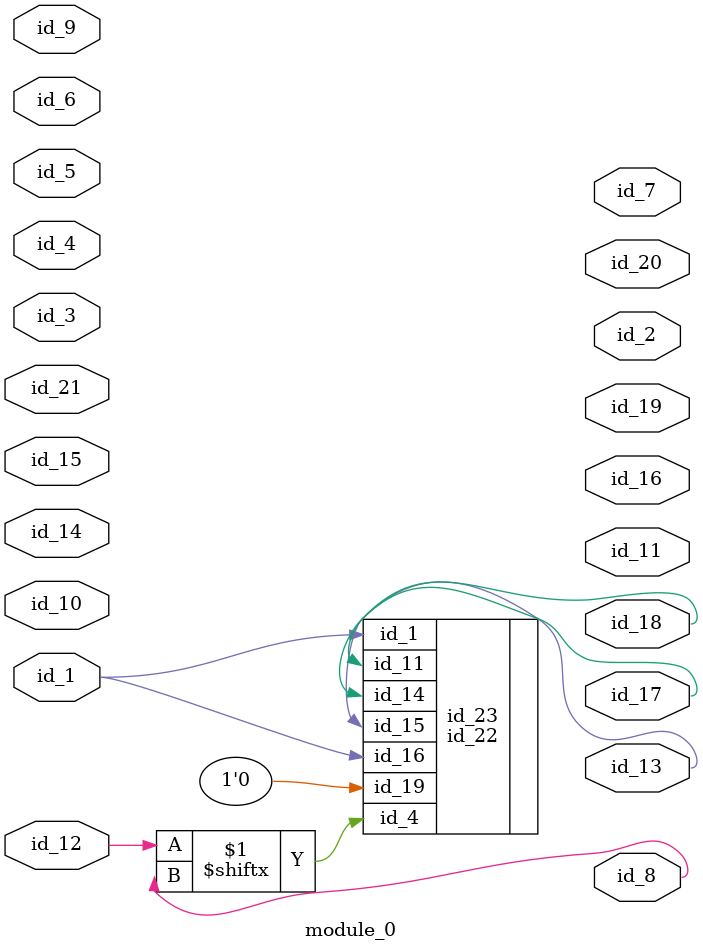
<source format=v>
module module_0 (
    id_1,
    id_2,
    id_3,
    id_4,
    id_5,
    id_6,
    id_7,
    id_8,
    id_9,
    id_10,
    id_11,
    id_12,
    id_13,
    id_14,
    id_15,
    id_16,
    id_17,
    id_18,
    id_19,
    id_20,
    id_21
);
  input id_21;
  output id_20;
  output id_19;
  output id_18;
  output id_17;
  output id_16;
  input id_15;
  input id_14;
  output id_13;
  input id_12;
  output id_11;
  input id_10;
  input id_9;
  output id_8;
  output id_7;
  input id_6;
  input id_5;
  input id_4;
  input id_3;
  output id_2;
  input id_1;
  id_22 id_23 (
      .id_14(id_17),
      .id_11(id_18),
      .id_16(id_1),
      .id_19(1'b0),
      .id_1 (id_1),
      .id_4 (id_12[id_8]),
      .id_15(id_13)
  );
endmodule

</source>
